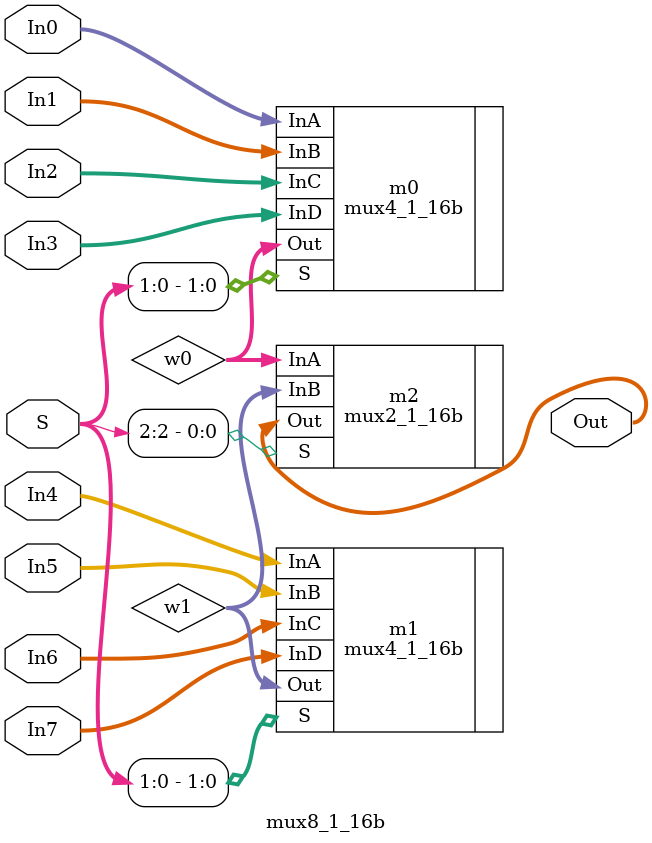
<source format=v>
module mux8_1_16b(In0, In1, In2, In3, In4, In5, In6, In7, S, Out);

	input [15:0] In0, In1, In2, In3, In4, In5, In6, In7;
	input [2:0] S;
	output [15:0] Out;

	wire [15:0] w0;
	wire [15:0] w1;

	mux4_1_16b m0(.InA(In0), .InB(In1), .InC(In2), .InD(In3), .S(S[1:0]), .Out(w0));
	mux4_1_16b m1(.InA(In4), .InB(In5), .InC(In6), .InD(In7), .S(S[1:0]), .Out(w1));
	mux2_1_16b m2(.InA(w0), .InB(w1), .S(S[2]), .Out(Out));

endmodule
</source>
